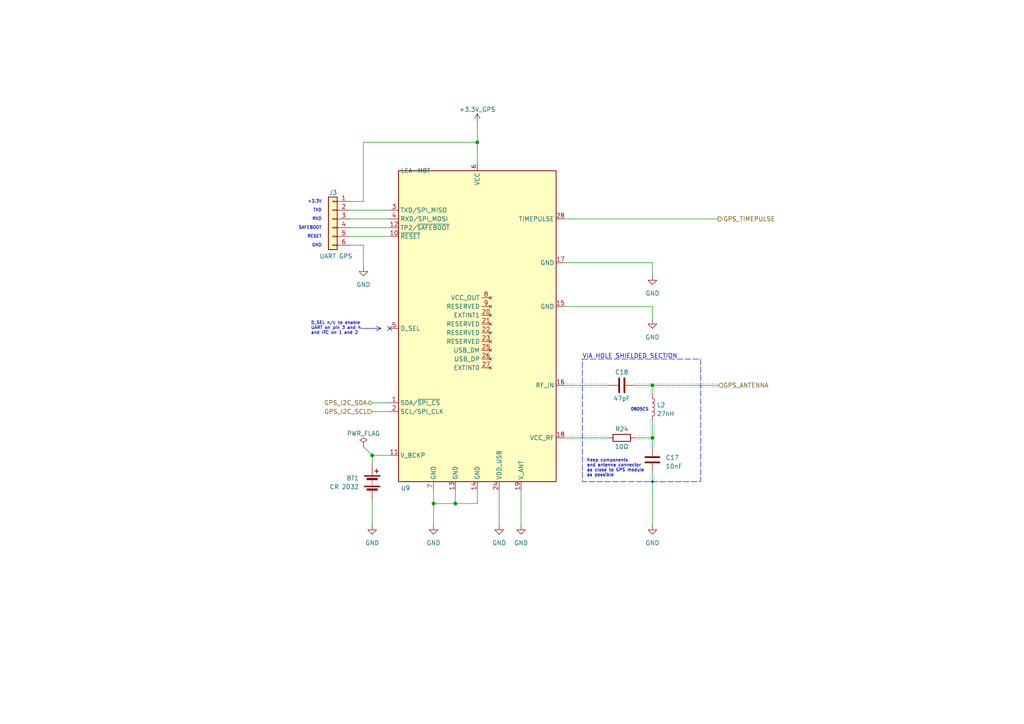
<source format=kicad_sch>
(kicad_sch (version 20231120) (generator "eeschema") (generator_version "8.0")
  (paper "A4")
  (title_block (title "Broadcast Clock") (date "2024-05-06") (rev "v1.0") (company "https://espenandersen.no") (comment 1 "GPS timing module"))
  (lib_symbols
    (symbol "Connector_Generic:Conn_01x06" (pin_names (offset 1.016) hide)
      (property "Reference" "J" (at 0 7.62 0))
      (property "Value" "Conn_01x06" (at 0 -10.16 0))
      (symbol "Conn_01x06_1_1"
        (rectangle (start -1.27 -7.493) (end 0 -7.747) (stroke (width 0.1524)))
        (rectangle (start -1.27 -4.953) (end 0 -5.207) (stroke (width 0.1524)))
        (rectangle (start -1.27 -2.413) (end 0 -2.667) (stroke (width 0.1524)))
        (rectangle (start -1.27 0.127) (end 0 -0.127) (stroke (width 0.1524)))
        (rectangle (start -1.27 2.667) (end 0 2.413) (stroke (width 0.1524)))
        (rectangle (start -1.27 5.207) (end 0 4.953) (stroke (width 0.1524)))
        (rectangle (start -1.27 6.35) (end 1.27 -8.89) (stroke (width 0.254)) (fill (type background)))
        (pin passive line (at -5.08 5.08 0) (length 3.81) (name "Pin_1") (number "1"))
        (pin passive line (at -5.08 2.54 0) (length 3.81) (name "Pin_2") (number "2"))
        (pin passive line (at -5.08 0 0) (length 3.81) (name "Pin_3") (number "3"))
        (pin passive line (at -5.08 -2.54 0) (length 3.81) (name "Pin_4") (number "4"))
        (pin passive line (at -5.08 -5.08 0) (length 3.81) (name "Pin_5") (number "5"))
        (pin passive line (at -5.08 -7.62 0) (length 3.81) (name "Pin_6") (number "6"))
      )
    )
    (symbol "Device:Battery" (pin_numbers hide) (pin_names (offset 0) hide)
      (property "Reference" "BT" (at 2.54 2.54 0))
      (property "Value" "Battery" (at 2.54 0 0))
      (symbol "Battery_0_1"
        (rectangle (start -2.286 -1.27) (end 2.286 -1.524) (fill (type outline)))
        (rectangle (start -2.286 1.778) (end 2.286 1.524) (fill (type outline)))
        (rectangle (start -1.524 -2.032) (end 1.524 -2.54) (fill (type outline)))
        (rectangle (start -1.524 1.016) (end 1.524 0.508) (fill (type outline)))
        (polyline (pts (xy 0 -1.016) (xy 0 -0.762)))
        (polyline (pts (xy 0 -0.508) (xy 0 -0.254)))
        (polyline (pts (xy 0 0) (xy 0 0.254)))
        (polyline (pts (xy 0 1.778) (xy 0 2.54)))
        (polyline (pts (xy 0.762 3.048) (xy 1.778 3.048)) (stroke (width 0.254)))
        (polyline (pts (xy 1.27 3.556) (xy 1.27 2.54)) (stroke (width 0.254)))
      )
      (symbol "Battery_1_1"
        (pin passive line (at 0 5.08 270) (length 2.54) (name "+") (number "1"))
        (pin passive line (at 0 -5.08 90) (length 2.54) (name "-") (number "2"))
      )
    )
    (symbol "Device:C" (pin_numbers hide) (pin_names (offset 0.254))
      (property "Reference" "C" (at 0.635 2.54 0))
      (property "Value" "C" (at 0.635 -2.54 0))
      (symbol "C_0_1"
        (polyline (pts (xy -2.032 -0.762) (xy 2.032 -0.762)) (stroke (width 0.508)))
        (polyline (pts (xy -2.032 0.762) (xy 2.032 0.762)) (stroke (width 0.508)))
      )
      (symbol "C_1_1"
        (pin passive line (at 0 3.81 270) (length 2.794) (name "~") (number "1"))
        (pin passive line (at 0 -3.81 90) (length 2.794) (name "~") (number "2"))
      )
    )
    (symbol "Device:L" (pin_numbers hide) (pin_names (offset 1.016) hide)
      (property "Reference" "L" (at -1.27 0 90))
      (property "Value" "L" (at 1.905 0 90))
      (symbol "L_0_1"
        (arc (start 0 -2.54) (mid 0.6323 -1.905) (end 0 -1.27))
        (arc (start 0 -1.27) (mid 0.6323 -0.635) (end 0 0))
        (arc (start 0 0) (mid 0.6323 0.635) (end 0 1.27))
        (arc (start 0 1.27) (mid 0.6323 1.905) (end 0 2.54))
      )
      (symbol "L_1_1"
        (pin passive line (at 0 3.81 270) (length 1.27) (name "1") (number "1"))
        (pin passive line (at 0 -3.81 90) (length 1.27) (name "2") (number "2"))
      )
    )
    (symbol "Device:R" (pin_numbers hide) (pin_names (offset 0))
      (property "Reference" "R" (at 2.032 0 90))
      (property "Value" "R" (at 0 0 90))
      (symbol "R_0_1"
        (rectangle (start -1.016 -2.54) (end 1.016 2.54) (stroke (width 0.254)))
      )
      (symbol "R_1_1"
        (pin passive line (at 0 3.81 270) (length 1.27) (name "~") (number "1"))
        (pin passive line (at 0 -3.81 90) (length 1.27) (name "~") (number "2"))
      )
    )
    (symbol "RF_GPS_espena:LEA-M8T"
      (property "Reference" "U" (at -13.97 24.13 0))
      (property "Value" "LEA-M8T" (at 18.034 46.99 0))
      (symbol "LEA-M8T_0_1"
        (rectangle (start -22.86 45.72) (end 22.86 -44.45) (stroke (width 0.254)) (fill (type background)))
      )
      (symbol "LEA-M8T_1_1"
        (pin bidirectional line (at -25.4 -21.59 0) (length 2.54) (name "SDA/~{SPI_CS}") (number "1"))
        (pin input line (at -25.4 26.67 0) (length 2.54) (name "~{RESET}") (number "10"))
        (pin power_in line (at -25.4 -36.83 0) (length 2.54) (name "V_BCKP") (number "11"))
        (pin bidirectional line (at -25.4 29.21 0) (length 2.54) (name "TP2/~{SAFEBOOT}") (number "12"))
        (pin passive line (at -6.35 -46.99 90) (length 2.54) (name "GND") (number "13"))
        (pin passive line (at 0 -46.99 90) (length 2.54) (name "GND") (number "14"))
        (pin passive line (at 25.4 6.35 180) (length 2.54) (name "GND") (number "15"))
        (pin input line (at 25.4 -16.51 180) (length 2.54) (name "RF_IN") (number "16"))
        (pin passive line (at 25.4 19.05 180) (length 2.54) (name "GND") (number "17"))
        (pin power_out line (at 25.4 -31.75 180) (length 2.54) (name "VCC_RF") (number "18"))
        (pin power_in line (at 12.7 -46.99 90) (length 2.54) (name "V_ANT") (number "19"))
        (pin input line (at -25.4 -24.13 0) (length 2.54) (name "SCL/SPI_CLK") (number "2"))
        (pin no_connect line (at 3.81 3.81 180) (length 2.54) (name "EXTINT1") (number "20"))
        (pin no_connect line (at 3.81 1.27 180) (length 2.54) (name "RESERVED") (number "21"))
        (pin no_connect line (at 3.81 -1.27 180) (length 2.54) (name "RESERVED") (number "22"))
        (pin no_connect line (at 3.81 -3.81 180) (length 2.54) (name "RESERVED") (number "23"))
        (pin power_in line (at 6.35 -46.99 90) (length 2.54) (name "VDD_USB") (number "24"))
        (pin no_connect line (at 3.81 -6.35 180) (length 2.54) (name "USB_DM") (number "25"))
        (pin no_connect line (at 3.81 -8.89 180) (length 2.54) (name "USB_DP") (number "26"))
        (pin no_connect line (at 3.81 -11.43 180) (length 2.54) (name "EXTINT0") (number "27"))
        (pin output line (at 25.4 31.75 180) (length 2.54) (name "TIMEPULSE") (number "28"))
        (pin output line (at -25.4 34.29 0) (length 2.54) (name "TXD/SPI_MISO") (number "3"))
        (pin input line (at -25.4 31.75 0) (length 2.54) (name "RXD/SPI_MOSI") (number "4"))
        (pin input line (at -25.4 0 0) (length 2.54) (name "D_SEL") (number "5"))
        (pin power_in line (at 0 48.26 270) (length 2.54) (name "VCC") (number "6"))
        (pin power_in line (at -12.7 -46.99 90) (length 2.54) (name "GND") (number "7"))
        (pin no_connect line (at 3.81 8.89 180) (length 2.54) (name "VCC_OUT") (number "8"))
        (pin no_connect line (at 3.81 6.35 180) (length 2.54) (name "RESERVED") (number "9"))
      )
    )
    (symbol "power:GND" (power) (pin_numbers hide) (pin_names (offset 0) hide)
      (property "Value" "GND" (at 0 -3.81 0))
      (symbol "GND_0_1"
        (polyline (pts (xy 0 0) (xy 0 -1.27) (xy 1.27 -1.27) (xy 0 -2.54) (xy -1.27 -1.27) (xy 0 -1.27)))
      )
      (symbol "GND_1_1"
        (pin power_in line (at 0 0 270) (length 0) (name "~") (number "1"))
      )
    )
    (symbol "power:PWR_FLAG" (power) (pin_numbers hide) (pin_names (offset 0) hide)
      (property "Value" "PWR_FLAG" (at 0 3.81 0))
      (symbol "PWR_FLAG_0_0"
        (pin power_out line (at 0 0 90) (length 0) (name "~") (number "1"))
      )
      (symbol "PWR_FLAG_0_1"
        (polyline (pts (xy 0 0) (xy 0 1.27) (xy -1.016 1.905) (xy 0 2.54) (xy 1.016 1.905) (xy 0 1.27)))
      )
    )
    (symbol "power_espena:+3.3V_GPS" (power) (pin_names (offset 0))
      (property "Value" "+3.3V_GPS" (at 0 3.556 0))
      (symbol "+3.3V_GPS_0_1"
        (polyline (pts (xy -0.762 1.27) (xy 0 2.54)))
        (polyline (pts (xy 0 0) (xy 0 2.54)))
        (polyline (pts (xy 0 2.54) (xy 0.762 1.27)))
      )
      (symbol "+3.3V_GPS_1_1"
        (pin power_out line (at 0 0 90) (length 0) hide (name "+3.3V_GPS") (number "1"))
      )
    )
  )
  (junction (at 107.95 132.08))
  (junction (at 189.23 111.76))
  (junction (at 132.08 146.05))
  (junction (at 125.73 146.05))
  (junction (at 138.43 41.275))
  (junction (at 189.23 127))
  (no_connect (at 113.03 95.25))
  (wire (pts (xy 101.6 63.5) (xy 113.03 63.5)))
  (polyline (pts (xy 109.22 95.885) (xy 110.49 95.25)))
  (wire (pts (xy 163.83 127) (xy 176.53 127)))
  (polyline (pts (xy 109.22 94.615) (xy 110.49 95.25)))
  (wire (pts (xy 107.95 132.08) (xy 113.03 132.08)))
  (polyline (pts (xy 163.83 112.268) (xy 176.53 112.268)) (stroke (width 0) (type dot)))
  (wire (pts (xy 138.43 142.24) (xy 138.43 146.05)))
  (wire (pts (xy 189.23 88.9) (xy 189.23 92.71)))
  (wire (pts (xy 189.23 76.2) (xy 189.23 80.01)))
  (wire (pts (xy 101.6 66.04) (xy 113.03 66.04)))
  (wire (pts (xy 105.41 71.12) (xy 105.41 77.47)))
  (wire (pts (xy 105.41 41.275) (xy 105.41 58.42)))
  (wire (pts (xy 132.08 146.05) (xy 138.43 146.05)))
  (wire (pts (xy 101.6 60.96) (xy 113.03 60.96)))
  (polyline (pts (xy 163.83 111.252) (xy 176.53 111.252)) (stroke (width 0) (type dot)))
  (polyline (pts (xy 189.992 112.268) (xy 208.28 112.268)) (stroke (width 0) (type dot)))
  (polyline (pts (xy 189.738 139.7) (xy 189.738 137.16)) (stroke (width 0) (type dot)))
  (polyline (pts (xy 188.722 126.238) (xy 188.722 121.666)) (stroke (width 0) (type dot)))
  (polyline (pts (xy 188.722 139.7) (xy 188.722 137.16)) (stroke (width 0) (type dot)))
  (polyline (pts (xy 163.83 126.492) (xy 176.53 126.492)) (stroke (width 0) (type dot)))
  (wire (pts (xy 105.41 129.54) (xy 107.95 132.08)))
  (wire (pts (xy 163.83 76.2) (xy 189.23 76.2)))
  (wire (pts (xy 107.95 119.38) (xy 113.03 119.38)))
  (wire (pts (xy 189.23 121.92) (xy 189.23 127)))
  (polyline (pts (xy 184.15 127.508) (xy 188.468 127.508)) (stroke (width 0) (type dot)))
  (polyline (pts (xy 188.722 129.54) (xy 188.722 127.508)) (stroke (width 0) (type dot)))
  (wire (pts (xy 138.43 41.275) (xy 138.43 46.99)))
  (polyline (pts (xy 184.15 126.492) (xy 188.468 126.492)) (stroke (width 0) (type dot)))
  (wire (pts (xy 189.23 127) (xy 189.23 129.54)))
  (wire (pts (xy 107.95 144.78) (xy 107.95 152.4)))
  (wire (pts (xy 163.83 88.9) (xy 189.23 88.9)))
  (polyline (pts (xy 189.738 114.3) (xy 189.738 112.776)) (stroke (width 0) (type dot)))
  (wire (pts (xy 163.83 111.76) (xy 176.53 111.76)))
  (polyline (pts (xy 104.775 95.25) (xy 110.49 95.25)))
  (wire (pts (xy 189.23 137.16) (xy 189.23 152.4)))
  (wire (pts (xy 125.73 146.05) (xy 125.73 152.4)))
  (wire (pts (xy 101.6 71.12) (xy 105.41 71.12)))
  (wire (pts (xy 101.6 68.58) (xy 113.03 68.58)))
  (wire (pts (xy 189.23 111.76) (xy 208.28 111.76)))
  (polyline (pts (xy 184.15 111.252) (xy 208.28 111.252)) (stroke (width 0) (type dot)))
  (wire (pts (xy 189.23 111.76) (xy 189.23 114.3)))
  (wire (pts (xy 184.15 127) (xy 189.23 127)))
  (wire (pts (xy 101.6 58.42) (xy 105.41 58.42)))
  (polyline (pts (xy 184.15 112.268) (xy 188.468 112.268)) (stroke (width 0) (type dot)))
  (wire (pts (xy 163.83 63.5) (xy 208.28 63.5)))
  (wire (pts (xy 132.08 142.24) (xy 132.08 146.05)))
  (wire (pts (xy 105.41 41.275) (xy 138.43 41.275)))
  (wire (pts (xy 151.13 142.24) (xy 151.13 152.4)))
  (wire (pts (xy 184.15 111.76) (xy 189.23 111.76)))
  (wire (pts (xy 107.95 116.84) (xy 113.03 116.84)))
  (polyline (pts (xy 163.83 127.508) (xy 176.53 127.508)) (stroke (width 0) (type dot)))
  (wire (pts (xy 107.95 132.08) (xy 107.95 134.62)))
  (polyline (pts (xy 189.738 129.54) (xy 189.738 121.666)) (stroke (width 0) (type dot)))
  (polyline (pts (xy 188.722 114.3) (xy 188.722 112.776)) (stroke (width 0) (type dot)))
  (wire (pts (xy 144.78 142.24) (xy 144.78 152.4)))
  (wire (pts (xy 138.43 35.56) (xy 138.43 41.275)))
  (wire (pts (xy 125.73 142.24) (xy 125.73 146.05)))
  (wire (pts (xy 125.73 146.05) (xy 132.08 146.05)))
  (circle (center 189.23 139.7) (radius 0.3592) (stroke (width -0.0001)) (fill (type color) (color 0 0 132 1)))
  (rectangle (start 168.91 104.14) (end 203.2 139.7) (stroke (width 0) (type dash)))
  (text "SAFEBOOT" (at 93.345 66.675 0) (effects (font (size 0.889 0.889)) (justify right bottom)))
  (text "0805CS" (at 182.88 119.38 0) (effects (font (size 0.889 0.889)) (justify left bottom)))
  (text "Keep components\nand antenna connector\nas close to GPS module\nas possible" (at 170.18 138.43 0) (effects (font (size 0.889 0.889)) (justify left bottom)))
  (text "D_SEL n/c to enable\nUART on pin 3 and 4\nand I^{2}C on 1 and 2" (at 90.17 97.155 0) (effects (font (size 0.889 0.889)) (justify left bottom)))
  (text "RESET" (at 93.345 69.215 0) (effects (font (size 0.889 0.889)) (justify right bottom)))
  (text "VIA HOLE SHIELDED SECTION" (at 168.91 104.14 0) (effects (font (size 1.27 1.27)) (justify left bottom)))
  (text "RXD" (at 93.345 64.135 0) (effects (font (size 0.889 0.889)) (justify right bottom)))
  (text "GND" (at 93.345 71.755 0) (effects (font (size 0.889 0.889)) (justify right bottom)))
  (text "TXD" (at 93.345 61.595 0) (effects (font (size 0.889 0.889)) (justify right bottom)))
  (text "+3.3V" (at 93.345 59.055 0) (effects (font (size 0.889 0.889)) (justify right bottom)))
  (hierarchical_label "GPS_TIMEPULSE" (shape output) (at 208.28 63.5 0))
  (hierarchical_label "GPS_I2C_SCL" (shape input) (at 107.95 119.38 180))
  (hierarchical_label "GPS_ANTENNA" (shape input) (at 208.28 111.76 0))
  (hierarchical_label "GPS_I2C_SDA" (shape bidirectional) (at 107.95 116.84 180))
  (symbol (lib_id "power:GND") (at 125.73 152.4 0) (unit 1)
    (property "Reference" "#PWR049" (effects (hide yes)))
    (property "Value" "GND" (at 125.73 157.48 0))
    (property "Description" "Power symbol creates a global label with name \"GND\" , ground" (effects (hide yes)))
  )
  (symbol (lib_id "power:GND") (at 105.41 77.47 0) (unit 1)
    (property "Reference" "#PWR059" (effects (hide yes)))
    (property "Value" "GND" (at 105.41 82.55 0))
    (property "Description" "Power symbol creates a global label with name \"GND\" , ground" (effects (hide yes)))
  )
  (symbol (lib_id "Connector_Generic:Conn_01x06") (at 96.52 63.5 0) (mirror y) (unit 1)
    (property "Reference" "J3" (at 97.79 55.88 0) (effects (justify left)))
    (property "Value" "UART GPS" (at 102.235 74.295 0) (effects (justify left)))
    (property "Footprint" "Connector_PinHeader_1.27mm:PinHeader_1x06_P1.27mm_Vertical" (effects (hide yes)))
    (property "Description" "Generic connector, single row, 01x06, script generated (kicad-library-utils/schlib/autogen/connector/)" (effects (hide yes)))
  )
  (symbol (lib_id "power:PWR_FLAG") (at 105.41 129.54 0) (unit 1)
    (property "Reference" "#FLG04" (effects (hide yes)))
    (property "Value" "PWR_FLAG" (at 105.41 125.73 0))
    (property "Description" "Special symbol for telling ERC where power comes from" (effects (hide yes)))
  )
  (symbol (lib_id "Device:C") (at 189.23 133.35 0) (unit 1)
    (property "Reference" "C17" (at 193.04 132.715 0) (effects (justify left)))
    (property "Value" "10nF" (at 193.04 135.255 0) (effects (justify left)))
    (property "Footprint" "Capacitor_SMD:C_0805_2012Metric" (effects (hide yes)))
    (property "Description" "Unpolarized capacitor" (effects (hide yes)))
  )
  (symbol (lib_id "power:GND") (at 144.78 152.4 0) (unit 1)
    (property "Reference" "#PWR051" (effects (hide yes)))
    (property "Value" "GND" (at 144.78 157.48 0))
    (property "Description" "Power symbol creates a global label with name \"GND\" , ground" (effects (hide yes)))
  )
  (symbol (lib_id "Device:C") (at 180.34 111.76 90) (mirror x) (unit 1)
    (property "Reference" "C18" (at 180.34 107.95 90))
    (property "Value" "47pF" (at 180.34 115.57 90))
    (property "Footprint" "Capacitor_SMD:C_0805_2012Metric" (effects (hide yes)))
    (property "Description" "Unpolarized capacitor" (effects (hide yes)))
  )
  (symbol (lib_id "Device:L") (at 189.23 118.11 0) (unit 1)
    (property "Reference" "L2" (at 190.5 117.475 0) (effects (justify left)))
    (property "Value" "27nH" (at 190.5 120.015 0) (effects (justify left)))
    (property "Footprint" "Inductor_SMD_espena:L_Coilcraft_0805CS" (effects (hide yes)))
    (property "Description" "Inductor" (effects (hide yes)))
  )
  (symbol (lib_id "power:GND") (at 189.23 152.4 0) (unit 1)
    (property "Reference" "#PWR052" (effects (hide yes)))
    (property "Value" "GND" (at 189.23 157.48 0))
    (property "Description" "Power symbol creates a global label with name \"GND\" , ground" (effects (hide yes)))
  )
  (symbol (lib_id "Device:R") (at 180.34 127 90) (unit 1)
    (property "Reference" "R24" (at 180.34 124.46 90))
    (property "Value" "10Ω" (at 180.34 129.54 90))
    (property "Footprint" "Resistor_SMD:R_0805_2012Metric" (effects (hide yes)))
    (property "Description" "Resistor" (effects (hide yes)))
  )
  (symbol (lib_id "RF_GPS_espena:LEA-M8T") (at 138.43 95.25 0) (unit 1)
    (property "Reference" "U9" (at 116.205 141.605 0) (effects (justify left)))
    (property "Value" "LEA-M8T" (at 116.205 49.53 0) (effects (justify left)))
    (property "Footprint" "RF_GPS_espena:ublox_LEA" (effects (hide yes)))
    (property "Datasheet" "https://content.u-blox.com/sites/default/files/documents/NEO-LEA-M8T-FW3_DataSheet_UBX-15025193.pdf" (effects (hide yes)))
    (property "Description" "GNSS Module LEA M8, VCC 2.7V to 3.6V" (effects (hide yes)))
  )
  (symbol (lib_id "power:GND") (at 151.13 152.4 0) (unit 1)
    (property "Reference" "#PWR053" (effects (hide yes)))
    (property "Value" "GND" (at 151.13 157.48 0))
    (property "Description" "Power symbol creates a global label with name \"GND\" , ground" (effects (hide yes)))
  )
  (symbol (lib_id "Device:Battery") (at 107.95 139.7 0) (unit 1)
    (property "Reference" "BT1" (at 104.14 138.684 0) (effects (justify right)))
    (property "Value" "CR 2032" (at 104.14 141.224 0) (effects (justify right)))
    (property "Footprint" "Battery:BatteryHolder_Keystone_1058_1x2032" (effects (hide yes)))
    (property "Description" "Multiple-cell battery" (effects (hide yes)))
  )
  (symbol (lib_id "power:GND") (at 189.23 80.01 0) (unit 1)
    (property "Reference" "#PWR055" (effects (hide yes)))
    (property "Value" "GND" (at 189.23 85.09 0))
    (property "Description" "Power symbol creates a global label with name \"GND\" , ground" (effects (hide yes)))
  )
  (symbol (lib_id "power:GND") (at 189.23 92.71 0) (unit 1)
    (property "Reference" "#PWR054" (effects (hide yes)))
    (property "Value" "GND" (at 189.23 97.79 0))
    (property "Description" "Power symbol creates a global label with name \"GND\" , ground" (effects (hide yes)))
  )
  (symbol (lib_id "power:GND") (at 107.95 152.4 0) (unit 1)
    (property "Reference" "#PWR056" (effects (hide yes)))
    (property "Value" "GND" (at 107.95 157.48 0))
    (property "Description" "Power symbol creates a global label with name \"GND\" , ground" (effects (hide yes)))
  )
  (symbol (lib_id "power_espena:+3.3V_GPS") (at 138.43 35.56 0) (unit 1)
    (property "Reference" "#PWR025" (effects (hide yes)))
    (property "Value" "+3.3V_GPS" (at 138.43 31.75 0))
    (property "Description" "Power symbol creates a global label with name \"+3.3V\"" (effects (hide yes)))
  )
)
</source>
